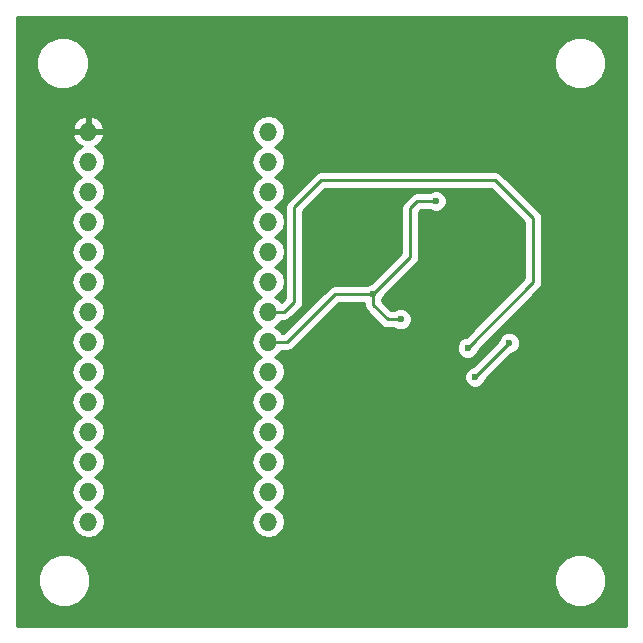
<source format=gbl>
G04 #@! TF.FileFunction,Copper,L2,Bot,Signal*
%FSLAX46Y46*%
G04 Gerber Fmt 4.6, Leading zero omitted, Abs format (unit mm)*
G04 Created by KiCad (PCBNEW 4.0.4-stable) date 06/13/17 21:08:50*
%MOMM*%
%LPD*%
G01*
G04 APERTURE LIST*
%ADD10C,0.100000*%
%ADD11O,1.524000X1.524000*%
%ADD12C,0.600000*%
%ADD13C,0.250000*%
%ADD14C,0.254000*%
G04 APERTURE END LIST*
D10*
D11*
X171400000Y-132840000D03*
X156160000Y-132840000D03*
X171400000Y-127760000D03*
X171400000Y-125220000D03*
X171400000Y-130300000D03*
X156160000Y-130300000D03*
X156160000Y-127760000D03*
X171400000Y-117600000D03*
X156160000Y-125220000D03*
X171400000Y-120140000D03*
X156160000Y-122680000D03*
X171400000Y-115060000D03*
X171400000Y-109980000D03*
X171400000Y-122680000D03*
X171400000Y-107440000D03*
X171400000Y-104900000D03*
X156160000Y-117600000D03*
X171400000Y-112520000D03*
X171400000Y-99820000D03*
X171400000Y-102360000D03*
X156160000Y-115060000D03*
X156160000Y-112520000D03*
X156160000Y-99820000D03*
X156160000Y-109980000D03*
X156160000Y-120140000D03*
X156160000Y-107440000D03*
X156160000Y-104900000D03*
X156160000Y-102360000D03*
D12*
X187900000Y-123300000D03*
X187900000Y-120100000D03*
X191800000Y-117700000D03*
X188900000Y-120600000D03*
X188900000Y-120600000D03*
X180260790Y-113560790D03*
X185600000Y-105700000D03*
X182600000Y-115700000D03*
X188276000Y-118124000D03*
D13*
X187900000Y-120100000D02*
X187900000Y-123300000D01*
X188900000Y-120600000D02*
X191800000Y-117700000D01*
X180260790Y-113560790D02*
X183421580Y-110400000D01*
X183421580Y-110400000D02*
X183421580Y-106278420D01*
X183421580Y-106278420D02*
X184000000Y-105700000D01*
X184000000Y-105700000D02*
X185600000Y-105700000D01*
X182600000Y-115700000D02*
X181513944Y-115700000D01*
X181513944Y-115700000D02*
X180300000Y-114486056D01*
X180300000Y-114486056D02*
X180300000Y-113500000D01*
X171400000Y-117600000D02*
X173000000Y-117600000D01*
X173000000Y-117600000D02*
X177039210Y-113560790D01*
X177039210Y-113560790D02*
X180260790Y-113560790D01*
X173600000Y-114200000D02*
X172740000Y-115060000D01*
X172740000Y-115060000D02*
X171400000Y-115060000D01*
X173600000Y-106200000D02*
X173600000Y-114200000D01*
X175888569Y-103911431D02*
X173600000Y-106200000D01*
X190602355Y-103911431D02*
X175888569Y-103911431D01*
X190602355Y-103911431D02*
X193841665Y-107150741D01*
X193841665Y-107150741D02*
X193841665Y-112558335D01*
X193841665Y-112558335D02*
X188276000Y-118124000D01*
D14*
G36*
X201690000Y-141690000D02*
X150110000Y-141690000D01*
X150110000Y-138242619D01*
X151864613Y-138242619D01*
X152204155Y-139064372D01*
X152832321Y-139693636D01*
X153653481Y-140034611D01*
X154542619Y-140035387D01*
X155364372Y-139695845D01*
X155993636Y-139067679D01*
X156334611Y-138246519D01*
X156334614Y-138242619D01*
X195564613Y-138242619D01*
X195904155Y-139064372D01*
X196532321Y-139693636D01*
X197353481Y-140034611D01*
X198242619Y-140035387D01*
X199064372Y-139695845D01*
X199693636Y-139067679D01*
X200034611Y-138246519D01*
X200035387Y-137357381D01*
X199695845Y-136535628D01*
X199067679Y-135906364D01*
X198246519Y-135565389D01*
X197357381Y-135564613D01*
X196535628Y-135904155D01*
X195906364Y-136532321D01*
X195565389Y-137353481D01*
X195564613Y-138242619D01*
X156334614Y-138242619D01*
X156335387Y-137357381D01*
X155995845Y-136535628D01*
X155367679Y-135906364D01*
X154546519Y-135565389D01*
X153657381Y-135564613D01*
X152835628Y-135904155D01*
X152206364Y-136532321D01*
X151865389Y-137353481D01*
X151864613Y-138242619D01*
X150110000Y-138242619D01*
X150110000Y-102360000D01*
X154735631Y-102360000D01*
X154841971Y-102894609D01*
X155144803Y-103347828D01*
X155567102Y-103630000D01*
X155144803Y-103912172D01*
X154841971Y-104365391D01*
X154735631Y-104900000D01*
X154841971Y-105434609D01*
X155144803Y-105887828D01*
X155567102Y-106170000D01*
X155144803Y-106452172D01*
X154841971Y-106905391D01*
X154735631Y-107440000D01*
X154841971Y-107974609D01*
X155144803Y-108427828D01*
X155567102Y-108710000D01*
X155144803Y-108992172D01*
X154841971Y-109445391D01*
X154735631Y-109980000D01*
X154841971Y-110514609D01*
X155144803Y-110967828D01*
X155567102Y-111250000D01*
X155144803Y-111532172D01*
X154841971Y-111985391D01*
X154735631Y-112520000D01*
X154841971Y-113054609D01*
X155144803Y-113507828D01*
X155567102Y-113790000D01*
X155144803Y-114072172D01*
X154841971Y-114525391D01*
X154735631Y-115060000D01*
X154841971Y-115594609D01*
X155144803Y-116047828D01*
X155567102Y-116330000D01*
X155144803Y-116612172D01*
X154841971Y-117065391D01*
X154735631Y-117600000D01*
X154841971Y-118134609D01*
X155144803Y-118587828D01*
X155567102Y-118870000D01*
X155144803Y-119152172D01*
X154841971Y-119605391D01*
X154735631Y-120140000D01*
X154841971Y-120674609D01*
X155144803Y-121127828D01*
X155567102Y-121410000D01*
X155144803Y-121692172D01*
X154841971Y-122145391D01*
X154735631Y-122680000D01*
X154841971Y-123214609D01*
X155144803Y-123667828D01*
X155567102Y-123950000D01*
X155144803Y-124232172D01*
X154841971Y-124685391D01*
X154735631Y-125220000D01*
X154841971Y-125754609D01*
X155144803Y-126207828D01*
X155567102Y-126490000D01*
X155144803Y-126772172D01*
X154841971Y-127225391D01*
X154735631Y-127760000D01*
X154841971Y-128294609D01*
X155144803Y-128747828D01*
X155567102Y-129030000D01*
X155144803Y-129312172D01*
X154841971Y-129765391D01*
X154735631Y-130300000D01*
X154841971Y-130834609D01*
X155144803Y-131287828D01*
X155567102Y-131570000D01*
X155144803Y-131852172D01*
X154841971Y-132305391D01*
X154735631Y-132840000D01*
X154841971Y-133374609D01*
X155144803Y-133827828D01*
X155598022Y-134130660D01*
X156132631Y-134237000D01*
X156187369Y-134237000D01*
X156721978Y-134130660D01*
X157175197Y-133827828D01*
X157478029Y-133374609D01*
X157584369Y-132840000D01*
X157478029Y-132305391D01*
X157175197Y-131852172D01*
X156752898Y-131570000D01*
X157175197Y-131287828D01*
X157478029Y-130834609D01*
X157584369Y-130300000D01*
X157478029Y-129765391D01*
X157175197Y-129312172D01*
X156752898Y-129030000D01*
X157175197Y-128747828D01*
X157478029Y-128294609D01*
X157584369Y-127760000D01*
X157478029Y-127225391D01*
X157175197Y-126772172D01*
X156752898Y-126490000D01*
X157175197Y-126207828D01*
X157478029Y-125754609D01*
X157584369Y-125220000D01*
X157478029Y-124685391D01*
X157175197Y-124232172D01*
X156752898Y-123950000D01*
X157175197Y-123667828D01*
X157478029Y-123214609D01*
X157584369Y-122680000D01*
X157478029Y-122145391D01*
X157175197Y-121692172D01*
X156752898Y-121410000D01*
X157175197Y-121127828D01*
X157478029Y-120674609D01*
X157584369Y-120140000D01*
X157478029Y-119605391D01*
X157175197Y-119152172D01*
X156752898Y-118870000D01*
X157175197Y-118587828D01*
X157478029Y-118134609D01*
X157584369Y-117600000D01*
X157478029Y-117065391D01*
X157175197Y-116612172D01*
X156752898Y-116330000D01*
X157175197Y-116047828D01*
X157478029Y-115594609D01*
X157584369Y-115060000D01*
X157478029Y-114525391D01*
X157175197Y-114072172D01*
X156752898Y-113790000D01*
X157175197Y-113507828D01*
X157478029Y-113054609D01*
X157584369Y-112520000D01*
X157478029Y-111985391D01*
X157175197Y-111532172D01*
X156752898Y-111250000D01*
X157175197Y-110967828D01*
X157478029Y-110514609D01*
X157584369Y-109980000D01*
X157478029Y-109445391D01*
X157175197Y-108992172D01*
X156752898Y-108710000D01*
X157175197Y-108427828D01*
X157478029Y-107974609D01*
X157584369Y-107440000D01*
X157478029Y-106905391D01*
X157175197Y-106452172D01*
X156752898Y-106170000D01*
X157175197Y-105887828D01*
X157478029Y-105434609D01*
X157584369Y-104900000D01*
X157478029Y-104365391D01*
X157175197Y-103912172D01*
X156752898Y-103630000D01*
X157175197Y-103347828D01*
X157478029Y-102894609D01*
X157584369Y-102360000D01*
X157478029Y-101825391D01*
X157175197Y-101372172D01*
X156722536Y-101069713D01*
X156995199Y-100939858D01*
X157360174Y-100534997D01*
X157514220Y-100163070D01*
X157391720Y-99947000D01*
X156287000Y-99947000D01*
X156287000Y-99967000D01*
X156033000Y-99967000D01*
X156033000Y-99947000D01*
X154928280Y-99947000D01*
X154805780Y-100163070D01*
X154959826Y-100534997D01*
X155324801Y-100939858D01*
X155597464Y-101069713D01*
X155144803Y-101372172D01*
X154841971Y-101825391D01*
X154735631Y-102360000D01*
X150110000Y-102360000D01*
X150110000Y-99820000D01*
X169975631Y-99820000D01*
X170081971Y-100354609D01*
X170384803Y-100807828D01*
X170807102Y-101090000D01*
X170384803Y-101372172D01*
X170081971Y-101825391D01*
X169975631Y-102360000D01*
X170081971Y-102894609D01*
X170384803Y-103347828D01*
X170807102Y-103630000D01*
X170384803Y-103912172D01*
X170081971Y-104365391D01*
X169975631Y-104900000D01*
X170081971Y-105434609D01*
X170384803Y-105887828D01*
X170807102Y-106170000D01*
X170384803Y-106452172D01*
X170081971Y-106905391D01*
X169975631Y-107440000D01*
X170081971Y-107974609D01*
X170384803Y-108427828D01*
X170807102Y-108710000D01*
X170384803Y-108992172D01*
X170081971Y-109445391D01*
X169975631Y-109980000D01*
X170081971Y-110514609D01*
X170384803Y-110967828D01*
X170807102Y-111250000D01*
X170384803Y-111532172D01*
X170081971Y-111985391D01*
X169975631Y-112520000D01*
X170081971Y-113054609D01*
X170384803Y-113507828D01*
X170807102Y-113790000D01*
X170384803Y-114072172D01*
X170081971Y-114525391D01*
X169975631Y-115060000D01*
X170081971Y-115594609D01*
X170384803Y-116047828D01*
X170807102Y-116330000D01*
X170384803Y-116612172D01*
X170081971Y-117065391D01*
X169975631Y-117600000D01*
X170081971Y-118134609D01*
X170384803Y-118587828D01*
X170807102Y-118870000D01*
X170384803Y-119152172D01*
X170081971Y-119605391D01*
X169975631Y-120140000D01*
X170081971Y-120674609D01*
X170384803Y-121127828D01*
X170807102Y-121410000D01*
X170384803Y-121692172D01*
X170081971Y-122145391D01*
X169975631Y-122680000D01*
X170081971Y-123214609D01*
X170384803Y-123667828D01*
X170807102Y-123950000D01*
X170384803Y-124232172D01*
X170081971Y-124685391D01*
X169975631Y-125220000D01*
X170081971Y-125754609D01*
X170384803Y-126207828D01*
X170807102Y-126490000D01*
X170384803Y-126772172D01*
X170081971Y-127225391D01*
X169975631Y-127760000D01*
X170081971Y-128294609D01*
X170384803Y-128747828D01*
X170807102Y-129030000D01*
X170384803Y-129312172D01*
X170081971Y-129765391D01*
X169975631Y-130300000D01*
X170081971Y-130834609D01*
X170384803Y-131287828D01*
X170807102Y-131570000D01*
X170384803Y-131852172D01*
X170081971Y-132305391D01*
X169975631Y-132840000D01*
X170081971Y-133374609D01*
X170384803Y-133827828D01*
X170838022Y-134130660D01*
X171372631Y-134237000D01*
X171427369Y-134237000D01*
X171961978Y-134130660D01*
X172415197Y-133827828D01*
X172718029Y-133374609D01*
X172824369Y-132840000D01*
X172718029Y-132305391D01*
X172415197Y-131852172D01*
X171992898Y-131570000D01*
X172415197Y-131287828D01*
X172718029Y-130834609D01*
X172824369Y-130300000D01*
X172718029Y-129765391D01*
X172415197Y-129312172D01*
X171992898Y-129030000D01*
X172415197Y-128747828D01*
X172718029Y-128294609D01*
X172824369Y-127760000D01*
X172718029Y-127225391D01*
X172415197Y-126772172D01*
X171992898Y-126490000D01*
X172415197Y-126207828D01*
X172718029Y-125754609D01*
X172824369Y-125220000D01*
X172718029Y-124685391D01*
X172415197Y-124232172D01*
X171992898Y-123950000D01*
X172415197Y-123667828D01*
X172718029Y-123214609D01*
X172824369Y-122680000D01*
X172718029Y-122145391D01*
X172415197Y-121692172D01*
X171992898Y-121410000D01*
X172415197Y-121127828D01*
X172644156Y-120785167D01*
X187964838Y-120785167D01*
X188106883Y-121128943D01*
X188369673Y-121392192D01*
X188713201Y-121534838D01*
X189085167Y-121535162D01*
X189428943Y-121393117D01*
X189692192Y-121130327D01*
X189834838Y-120786799D01*
X189834879Y-120739923D01*
X191939680Y-118635122D01*
X191985167Y-118635162D01*
X192328943Y-118493117D01*
X192592192Y-118230327D01*
X192734838Y-117886799D01*
X192735162Y-117514833D01*
X192593117Y-117171057D01*
X192330327Y-116907808D01*
X191986799Y-116765162D01*
X191614833Y-116764838D01*
X191271057Y-116906883D01*
X191007808Y-117169673D01*
X190865162Y-117513201D01*
X190865121Y-117560077D01*
X188760320Y-119664878D01*
X188714833Y-119664838D01*
X188371057Y-119806883D01*
X188107808Y-120069673D01*
X187965162Y-120413201D01*
X187964838Y-120785167D01*
X172644156Y-120785167D01*
X172718029Y-120674609D01*
X172824369Y-120140000D01*
X172718029Y-119605391D01*
X172415197Y-119152172D01*
X171992898Y-118870000D01*
X172415197Y-118587828D01*
X172567427Y-118360000D01*
X173000000Y-118360000D01*
X173290839Y-118302148D01*
X173537401Y-118137401D01*
X177354012Y-114320790D01*
X179540000Y-114320790D01*
X179540000Y-114486056D01*
X179597852Y-114776895D01*
X179762599Y-115023457D01*
X180976543Y-116237401D01*
X181223105Y-116402148D01*
X181513944Y-116460000D01*
X182037537Y-116460000D01*
X182069673Y-116492192D01*
X182413201Y-116634838D01*
X182785167Y-116635162D01*
X183128943Y-116493117D01*
X183392192Y-116230327D01*
X183534838Y-115886799D01*
X183535162Y-115514833D01*
X183393117Y-115171057D01*
X183130327Y-114907808D01*
X182786799Y-114765162D01*
X182414833Y-114764838D01*
X182071057Y-114906883D01*
X182037882Y-114940000D01*
X181828746Y-114940000D01*
X181060000Y-114171254D01*
X181060000Y-114074216D01*
X181195628Y-113747589D01*
X181195669Y-113700713D01*
X183958981Y-110937401D01*
X184123728Y-110690839D01*
X184181580Y-110400000D01*
X184181580Y-106593222D01*
X184314802Y-106460000D01*
X185037537Y-106460000D01*
X185069673Y-106492192D01*
X185413201Y-106634838D01*
X185785167Y-106635162D01*
X186128943Y-106493117D01*
X186392192Y-106230327D01*
X186534838Y-105886799D01*
X186535162Y-105514833D01*
X186393117Y-105171057D01*
X186130327Y-104907808D01*
X185786799Y-104765162D01*
X185414833Y-104764838D01*
X185071057Y-104906883D01*
X185037882Y-104940000D01*
X184000000Y-104940000D01*
X183757414Y-104988254D01*
X183709160Y-104997852D01*
X183462599Y-105162599D01*
X182884179Y-105741019D01*
X182719432Y-105987581D01*
X182661580Y-106278420D01*
X182661580Y-110085198D01*
X180121110Y-112625668D01*
X180075623Y-112625628D01*
X179731847Y-112767673D01*
X179698672Y-112800790D01*
X177039210Y-112800790D01*
X176748371Y-112858642D01*
X176501809Y-113023389D01*
X172685198Y-116840000D01*
X172567427Y-116840000D01*
X172415197Y-116612172D01*
X171992898Y-116330000D01*
X172415197Y-116047828D01*
X172567427Y-115820000D01*
X172740000Y-115820000D01*
X173030839Y-115762148D01*
X173277401Y-115597401D01*
X174137401Y-114737401D01*
X174302148Y-114490839D01*
X174360000Y-114200000D01*
X174360000Y-106514802D01*
X176203371Y-104671431D01*
X190287553Y-104671431D01*
X193081665Y-107465543D01*
X193081665Y-112243533D01*
X188136320Y-117188878D01*
X188090833Y-117188838D01*
X187747057Y-117330883D01*
X187483808Y-117593673D01*
X187341162Y-117937201D01*
X187340838Y-118309167D01*
X187482883Y-118652943D01*
X187745673Y-118916192D01*
X188089201Y-119058838D01*
X188461167Y-119059162D01*
X188804943Y-118917117D01*
X189068192Y-118654327D01*
X189210838Y-118310799D01*
X189210879Y-118263923D01*
X194379066Y-113095736D01*
X194543813Y-112849174D01*
X194601665Y-112558335D01*
X194601665Y-107150741D01*
X194543813Y-106859902D01*
X194379066Y-106613340D01*
X191139756Y-103374030D01*
X190893194Y-103209283D01*
X190602355Y-103151431D01*
X175888569Y-103151431D01*
X175597729Y-103209283D01*
X175351168Y-103374030D01*
X173062599Y-105662599D01*
X172897852Y-105909161D01*
X172840000Y-106200000D01*
X172840000Y-113885198D01*
X172510458Y-114214740D01*
X172415197Y-114072172D01*
X171992898Y-113790000D01*
X172415197Y-113507828D01*
X172718029Y-113054609D01*
X172824369Y-112520000D01*
X172718029Y-111985391D01*
X172415197Y-111532172D01*
X171992898Y-111250000D01*
X172415197Y-110967828D01*
X172718029Y-110514609D01*
X172824369Y-109980000D01*
X172718029Y-109445391D01*
X172415197Y-108992172D01*
X171992898Y-108710000D01*
X172415197Y-108427828D01*
X172718029Y-107974609D01*
X172824369Y-107440000D01*
X172718029Y-106905391D01*
X172415197Y-106452172D01*
X171992898Y-106170000D01*
X172415197Y-105887828D01*
X172718029Y-105434609D01*
X172824369Y-104900000D01*
X172718029Y-104365391D01*
X172415197Y-103912172D01*
X171992898Y-103630000D01*
X172415197Y-103347828D01*
X172718029Y-102894609D01*
X172824369Y-102360000D01*
X172718029Y-101825391D01*
X172415197Y-101372172D01*
X171992898Y-101090000D01*
X172415197Y-100807828D01*
X172718029Y-100354609D01*
X172824369Y-99820000D01*
X172718029Y-99285391D01*
X172415197Y-98832172D01*
X171961978Y-98529340D01*
X171427369Y-98423000D01*
X171372631Y-98423000D01*
X170838022Y-98529340D01*
X170384803Y-98832172D01*
X170081971Y-99285391D01*
X169975631Y-99820000D01*
X150110000Y-99820000D01*
X150110000Y-99476930D01*
X154805780Y-99476930D01*
X154928280Y-99693000D01*
X156033000Y-99693000D01*
X156033000Y-98587524D01*
X156287000Y-98587524D01*
X156287000Y-99693000D01*
X157391720Y-99693000D01*
X157514220Y-99476930D01*
X157360174Y-99105003D01*
X156995199Y-98700142D01*
X156503072Y-98465769D01*
X156287000Y-98587524D01*
X156033000Y-98587524D01*
X155816928Y-98465769D01*
X155324801Y-98700142D01*
X154959826Y-99105003D01*
X154805780Y-99476930D01*
X150110000Y-99476930D01*
X150110000Y-94442619D01*
X151764613Y-94442619D01*
X152104155Y-95264372D01*
X152732321Y-95893636D01*
X153553481Y-96234611D01*
X154442619Y-96235387D01*
X155264372Y-95895845D01*
X155893636Y-95267679D01*
X156234611Y-94446519D01*
X156234614Y-94442619D01*
X195564613Y-94442619D01*
X195904155Y-95264372D01*
X196532321Y-95893636D01*
X197353481Y-96234611D01*
X198242619Y-96235387D01*
X199064372Y-95895845D01*
X199693636Y-95267679D01*
X200034611Y-94446519D01*
X200035387Y-93557381D01*
X199695845Y-92735628D01*
X199067679Y-92106364D01*
X198246519Y-91765389D01*
X197357381Y-91764613D01*
X196535628Y-92104155D01*
X195906364Y-92732321D01*
X195565389Y-93553481D01*
X195564613Y-94442619D01*
X156234614Y-94442619D01*
X156235387Y-93557381D01*
X155895845Y-92735628D01*
X155267679Y-92106364D01*
X154446519Y-91765389D01*
X153557381Y-91764613D01*
X152735628Y-92104155D01*
X152106364Y-92732321D01*
X151765389Y-93553481D01*
X151764613Y-94442619D01*
X150110000Y-94442619D01*
X150110000Y-90110000D01*
X201690000Y-90110000D01*
X201690000Y-141690000D01*
X201690000Y-141690000D01*
G37*
X201690000Y-141690000D02*
X150110000Y-141690000D01*
X150110000Y-138242619D01*
X151864613Y-138242619D01*
X152204155Y-139064372D01*
X152832321Y-139693636D01*
X153653481Y-140034611D01*
X154542619Y-140035387D01*
X155364372Y-139695845D01*
X155993636Y-139067679D01*
X156334611Y-138246519D01*
X156334614Y-138242619D01*
X195564613Y-138242619D01*
X195904155Y-139064372D01*
X196532321Y-139693636D01*
X197353481Y-140034611D01*
X198242619Y-140035387D01*
X199064372Y-139695845D01*
X199693636Y-139067679D01*
X200034611Y-138246519D01*
X200035387Y-137357381D01*
X199695845Y-136535628D01*
X199067679Y-135906364D01*
X198246519Y-135565389D01*
X197357381Y-135564613D01*
X196535628Y-135904155D01*
X195906364Y-136532321D01*
X195565389Y-137353481D01*
X195564613Y-138242619D01*
X156334614Y-138242619D01*
X156335387Y-137357381D01*
X155995845Y-136535628D01*
X155367679Y-135906364D01*
X154546519Y-135565389D01*
X153657381Y-135564613D01*
X152835628Y-135904155D01*
X152206364Y-136532321D01*
X151865389Y-137353481D01*
X151864613Y-138242619D01*
X150110000Y-138242619D01*
X150110000Y-102360000D01*
X154735631Y-102360000D01*
X154841971Y-102894609D01*
X155144803Y-103347828D01*
X155567102Y-103630000D01*
X155144803Y-103912172D01*
X154841971Y-104365391D01*
X154735631Y-104900000D01*
X154841971Y-105434609D01*
X155144803Y-105887828D01*
X155567102Y-106170000D01*
X155144803Y-106452172D01*
X154841971Y-106905391D01*
X154735631Y-107440000D01*
X154841971Y-107974609D01*
X155144803Y-108427828D01*
X155567102Y-108710000D01*
X155144803Y-108992172D01*
X154841971Y-109445391D01*
X154735631Y-109980000D01*
X154841971Y-110514609D01*
X155144803Y-110967828D01*
X155567102Y-111250000D01*
X155144803Y-111532172D01*
X154841971Y-111985391D01*
X154735631Y-112520000D01*
X154841971Y-113054609D01*
X155144803Y-113507828D01*
X155567102Y-113790000D01*
X155144803Y-114072172D01*
X154841971Y-114525391D01*
X154735631Y-115060000D01*
X154841971Y-115594609D01*
X155144803Y-116047828D01*
X155567102Y-116330000D01*
X155144803Y-116612172D01*
X154841971Y-117065391D01*
X154735631Y-117600000D01*
X154841971Y-118134609D01*
X155144803Y-118587828D01*
X155567102Y-118870000D01*
X155144803Y-119152172D01*
X154841971Y-119605391D01*
X154735631Y-120140000D01*
X154841971Y-120674609D01*
X155144803Y-121127828D01*
X155567102Y-121410000D01*
X155144803Y-121692172D01*
X154841971Y-122145391D01*
X154735631Y-122680000D01*
X154841971Y-123214609D01*
X155144803Y-123667828D01*
X155567102Y-123950000D01*
X155144803Y-124232172D01*
X154841971Y-124685391D01*
X154735631Y-125220000D01*
X154841971Y-125754609D01*
X155144803Y-126207828D01*
X155567102Y-126490000D01*
X155144803Y-126772172D01*
X154841971Y-127225391D01*
X154735631Y-127760000D01*
X154841971Y-128294609D01*
X155144803Y-128747828D01*
X155567102Y-129030000D01*
X155144803Y-129312172D01*
X154841971Y-129765391D01*
X154735631Y-130300000D01*
X154841971Y-130834609D01*
X155144803Y-131287828D01*
X155567102Y-131570000D01*
X155144803Y-131852172D01*
X154841971Y-132305391D01*
X154735631Y-132840000D01*
X154841971Y-133374609D01*
X155144803Y-133827828D01*
X155598022Y-134130660D01*
X156132631Y-134237000D01*
X156187369Y-134237000D01*
X156721978Y-134130660D01*
X157175197Y-133827828D01*
X157478029Y-133374609D01*
X157584369Y-132840000D01*
X157478029Y-132305391D01*
X157175197Y-131852172D01*
X156752898Y-131570000D01*
X157175197Y-131287828D01*
X157478029Y-130834609D01*
X157584369Y-130300000D01*
X157478029Y-129765391D01*
X157175197Y-129312172D01*
X156752898Y-129030000D01*
X157175197Y-128747828D01*
X157478029Y-128294609D01*
X157584369Y-127760000D01*
X157478029Y-127225391D01*
X157175197Y-126772172D01*
X156752898Y-126490000D01*
X157175197Y-126207828D01*
X157478029Y-125754609D01*
X157584369Y-125220000D01*
X157478029Y-124685391D01*
X157175197Y-124232172D01*
X156752898Y-123950000D01*
X157175197Y-123667828D01*
X157478029Y-123214609D01*
X157584369Y-122680000D01*
X157478029Y-122145391D01*
X157175197Y-121692172D01*
X156752898Y-121410000D01*
X157175197Y-121127828D01*
X157478029Y-120674609D01*
X157584369Y-120140000D01*
X157478029Y-119605391D01*
X157175197Y-119152172D01*
X156752898Y-118870000D01*
X157175197Y-118587828D01*
X157478029Y-118134609D01*
X157584369Y-117600000D01*
X157478029Y-117065391D01*
X157175197Y-116612172D01*
X156752898Y-116330000D01*
X157175197Y-116047828D01*
X157478029Y-115594609D01*
X157584369Y-115060000D01*
X157478029Y-114525391D01*
X157175197Y-114072172D01*
X156752898Y-113790000D01*
X157175197Y-113507828D01*
X157478029Y-113054609D01*
X157584369Y-112520000D01*
X157478029Y-111985391D01*
X157175197Y-111532172D01*
X156752898Y-111250000D01*
X157175197Y-110967828D01*
X157478029Y-110514609D01*
X157584369Y-109980000D01*
X157478029Y-109445391D01*
X157175197Y-108992172D01*
X156752898Y-108710000D01*
X157175197Y-108427828D01*
X157478029Y-107974609D01*
X157584369Y-107440000D01*
X157478029Y-106905391D01*
X157175197Y-106452172D01*
X156752898Y-106170000D01*
X157175197Y-105887828D01*
X157478029Y-105434609D01*
X157584369Y-104900000D01*
X157478029Y-104365391D01*
X157175197Y-103912172D01*
X156752898Y-103630000D01*
X157175197Y-103347828D01*
X157478029Y-102894609D01*
X157584369Y-102360000D01*
X157478029Y-101825391D01*
X157175197Y-101372172D01*
X156722536Y-101069713D01*
X156995199Y-100939858D01*
X157360174Y-100534997D01*
X157514220Y-100163070D01*
X157391720Y-99947000D01*
X156287000Y-99947000D01*
X156287000Y-99967000D01*
X156033000Y-99967000D01*
X156033000Y-99947000D01*
X154928280Y-99947000D01*
X154805780Y-100163070D01*
X154959826Y-100534997D01*
X155324801Y-100939858D01*
X155597464Y-101069713D01*
X155144803Y-101372172D01*
X154841971Y-101825391D01*
X154735631Y-102360000D01*
X150110000Y-102360000D01*
X150110000Y-99820000D01*
X169975631Y-99820000D01*
X170081971Y-100354609D01*
X170384803Y-100807828D01*
X170807102Y-101090000D01*
X170384803Y-101372172D01*
X170081971Y-101825391D01*
X169975631Y-102360000D01*
X170081971Y-102894609D01*
X170384803Y-103347828D01*
X170807102Y-103630000D01*
X170384803Y-103912172D01*
X170081971Y-104365391D01*
X169975631Y-104900000D01*
X170081971Y-105434609D01*
X170384803Y-105887828D01*
X170807102Y-106170000D01*
X170384803Y-106452172D01*
X170081971Y-106905391D01*
X169975631Y-107440000D01*
X170081971Y-107974609D01*
X170384803Y-108427828D01*
X170807102Y-108710000D01*
X170384803Y-108992172D01*
X170081971Y-109445391D01*
X169975631Y-109980000D01*
X170081971Y-110514609D01*
X170384803Y-110967828D01*
X170807102Y-111250000D01*
X170384803Y-111532172D01*
X170081971Y-111985391D01*
X169975631Y-112520000D01*
X170081971Y-113054609D01*
X170384803Y-113507828D01*
X170807102Y-113790000D01*
X170384803Y-114072172D01*
X170081971Y-114525391D01*
X169975631Y-115060000D01*
X170081971Y-115594609D01*
X170384803Y-116047828D01*
X170807102Y-116330000D01*
X170384803Y-116612172D01*
X170081971Y-117065391D01*
X169975631Y-117600000D01*
X170081971Y-118134609D01*
X170384803Y-118587828D01*
X170807102Y-118870000D01*
X170384803Y-119152172D01*
X170081971Y-119605391D01*
X169975631Y-120140000D01*
X170081971Y-120674609D01*
X170384803Y-121127828D01*
X170807102Y-121410000D01*
X170384803Y-121692172D01*
X170081971Y-122145391D01*
X169975631Y-122680000D01*
X170081971Y-123214609D01*
X170384803Y-123667828D01*
X170807102Y-123950000D01*
X170384803Y-124232172D01*
X170081971Y-124685391D01*
X169975631Y-125220000D01*
X170081971Y-125754609D01*
X170384803Y-126207828D01*
X170807102Y-126490000D01*
X170384803Y-126772172D01*
X170081971Y-127225391D01*
X169975631Y-127760000D01*
X170081971Y-128294609D01*
X170384803Y-128747828D01*
X170807102Y-129030000D01*
X170384803Y-129312172D01*
X170081971Y-129765391D01*
X169975631Y-130300000D01*
X170081971Y-130834609D01*
X170384803Y-131287828D01*
X170807102Y-131570000D01*
X170384803Y-131852172D01*
X170081971Y-132305391D01*
X169975631Y-132840000D01*
X170081971Y-133374609D01*
X170384803Y-133827828D01*
X170838022Y-134130660D01*
X171372631Y-134237000D01*
X171427369Y-134237000D01*
X171961978Y-134130660D01*
X172415197Y-133827828D01*
X172718029Y-133374609D01*
X172824369Y-132840000D01*
X172718029Y-132305391D01*
X172415197Y-131852172D01*
X171992898Y-131570000D01*
X172415197Y-131287828D01*
X172718029Y-130834609D01*
X172824369Y-130300000D01*
X172718029Y-129765391D01*
X172415197Y-129312172D01*
X171992898Y-129030000D01*
X172415197Y-128747828D01*
X172718029Y-128294609D01*
X172824369Y-127760000D01*
X172718029Y-127225391D01*
X172415197Y-126772172D01*
X171992898Y-126490000D01*
X172415197Y-126207828D01*
X172718029Y-125754609D01*
X172824369Y-125220000D01*
X172718029Y-124685391D01*
X172415197Y-124232172D01*
X171992898Y-123950000D01*
X172415197Y-123667828D01*
X172718029Y-123214609D01*
X172824369Y-122680000D01*
X172718029Y-122145391D01*
X172415197Y-121692172D01*
X171992898Y-121410000D01*
X172415197Y-121127828D01*
X172644156Y-120785167D01*
X187964838Y-120785167D01*
X188106883Y-121128943D01*
X188369673Y-121392192D01*
X188713201Y-121534838D01*
X189085167Y-121535162D01*
X189428943Y-121393117D01*
X189692192Y-121130327D01*
X189834838Y-120786799D01*
X189834879Y-120739923D01*
X191939680Y-118635122D01*
X191985167Y-118635162D01*
X192328943Y-118493117D01*
X192592192Y-118230327D01*
X192734838Y-117886799D01*
X192735162Y-117514833D01*
X192593117Y-117171057D01*
X192330327Y-116907808D01*
X191986799Y-116765162D01*
X191614833Y-116764838D01*
X191271057Y-116906883D01*
X191007808Y-117169673D01*
X190865162Y-117513201D01*
X190865121Y-117560077D01*
X188760320Y-119664878D01*
X188714833Y-119664838D01*
X188371057Y-119806883D01*
X188107808Y-120069673D01*
X187965162Y-120413201D01*
X187964838Y-120785167D01*
X172644156Y-120785167D01*
X172718029Y-120674609D01*
X172824369Y-120140000D01*
X172718029Y-119605391D01*
X172415197Y-119152172D01*
X171992898Y-118870000D01*
X172415197Y-118587828D01*
X172567427Y-118360000D01*
X173000000Y-118360000D01*
X173290839Y-118302148D01*
X173537401Y-118137401D01*
X177354012Y-114320790D01*
X179540000Y-114320790D01*
X179540000Y-114486056D01*
X179597852Y-114776895D01*
X179762599Y-115023457D01*
X180976543Y-116237401D01*
X181223105Y-116402148D01*
X181513944Y-116460000D01*
X182037537Y-116460000D01*
X182069673Y-116492192D01*
X182413201Y-116634838D01*
X182785167Y-116635162D01*
X183128943Y-116493117D01*
X183392192Y-116230327D01*
X183534838Y-115886799D01*
X183535162Y-115514833D01*
X183393117Y-115171057D01*
X183130327Y-114907808D01*
X182786799Y-114765162D01*
X182414833Y-114764838D01*
X182071057Y-114906883D01*
X182037882Y-114940000D01*
X181828746Y-114940000D01*
X181060000Y-114171254D01*
X181060000Y-114074216D01*
X181195628Y-113747589D01*
X181195669Y-113700713D01*
X183958981Y-110937401D01*
X184123728Y-110690839D01*
X184181580Y-110400000D01*
X184181580Y-106593222D01*
X184314802Y-106460000D01*
X185037537Y-106460000D01*
X185069673Y-106492192D01*
X185413201Y-106634838D01*
X185785167Y-106635162D01*
X186128943Y-106493117D01*
X186392192Y-106230327D01*
X186534838Y-105886799D01*
X186535162Y-105514833D01*
X186393117Y-105171057D01*
X186130327Y-104907808D01*
X185786799Y-104765162D01*
X185414833Y-104764838D01*
X185071057Y-104906883D01*
X185037882Y-104940000D01*
X184000000Y-104940000D01*
X183757414Y-104988254D01*
X183709160Y-104997852D01*
X183462599Y-105162599D01*
X182884179Y-105741019D01*
X182719432Y-105987581D01*
X182661580Y-106278420D01*
X182661580Y-110085198D01*
X180121110Y-112625668D01*
X180075623Y-112625628D01*
X179731847Y-112767673D01*
X179698672Y-112800790D01*
X177039210Y-112800790D01*
X176748371Y-112858642D01*
X176501809Y-113023389D01*
X172685198Y-116840000D01*
X172567427Y-116840000D01*
X172415197Y-116612172D01*
X171992898Y-116330000D01*
X172415197Y-116047828D01*
X172567427Y-115820000D01*
X172740000Y-115820000D01*
X173030839Y-115762148D01*
X173277401Y-115597401D01*
X174137401Y-114737401D01*
X174302148Y-114490839D01*
X174360000Y-114200000D01*
X174360000Y-106514802D01*
X176203371Y-104671431D01*
X190287553Y-104671431D01*
X193081665Y-107465543D01*
X193081665Y-112243533D01*
X188136320Y-117188878D01*
X188090833Y-117188838D01*
X187747057Y-117330883D01*
X187483808Y-117593673D01*
X187341162Y-117937201D01*
X187340838Y-118309167D01*
X187482883Y-118652943D01*
X187745673Y-118916192D01*
X188089201Y-119058838D01*
X188461167Y-119059162D01*
X188804943Y-118917117D01*
X189068192Y-118654327D01*
X189210838Y-118310799D01*
X189210879Y-118263923D01*
X194379066Y-113095736D01*
X194543813Y-112849174D01*
X194601665Y-112558335D01*
X194601665Y-107150741D01*
X194543813Y-106859902D01*
X194379066Y-106613340D01*
X191139756Y-103374030D01*
X190893194Y-103209283D01*
X190602355Y-103151431D01*
X175888569Y-103151431D01*
X175597729Y-103209283D01*
X175351168Y-103374030D01*
X173062599Y-105662599D01*
X172897852Y-105909161D01*
X172840000Y-106200000D01*
X172840000Y-113885198D01*
X172510458Y-114214740D01*
X172415197Y-114072172D01*
X171992898Y-113790000D01*
X172415197Y-113507828D01*
X172718029Y-113054609D01*
X172824369Y-112520000D01*
X172718029Y-111985391D01*
X172415197Y-111532172D01*
X171992898Y-111250000D01*
X172415197Y-110967828D01*
X172718029Y-110514609D01*
X172824369Y-109980000D01*
X172718029Y-109445391D01*
X172415197Y-108992172D01*
X171992898Y-108710000D01*
X172415197Y-108427828D01*
X172718029Y-107974609D01*
X172824369Y-107440000D01*
X172718029Y-106905391D01*
X172415197Y-106452172D01*
X171992898Y-106170000D01*
X172415197Y-105887828D01*
X172718029Y-105434609D01*
X172824369Y-104900000D01*
X172718029Y-104365391D01*
X172415197Y-103912172D01*
X171992898Y-103630000D01*
X172415197Y-103347828D01*
X172718029Y-102894609D01*
X172824369Y-102360000D01*
X172718029Y-101825391D01*
X172415197Y-101372172D01*
X171992898Y-101090000D01*
X172415197Y-100807828D01*
X172718029Y-100354609D01*
X172824369Y-99820000D01*
X172718029Y-99285391D01*
X172415197Y-98832172D01*
X171961978Y-98529340D01*
X171427369Y-98423000D01*
X171372631Y-98423000D01*
X170838022Y-98529340D01*
X170384803Y-98832172D01*
X170081971Y-99285391D01*
X169975631Y-99820000D01*
X150110000Y-99820000D01*
X150110000Y-99476930D01*
X154805780Y-99476930D01*
X154928280Y-99693000D01*
X156033000Y-99693000D01*
X156033000Y-98587524D01*
X156287000Y-98587524D01*
X156287000Y-99693000D01*
X157391720Y-99693000D01*
X157514220Y-99476930D01*
X157360174Y-99105003D01*
X156995199Y-98700142D01*
X156503072Y-98465769D01*
X156287000Y-98587524D01*
X156033000Y-98587524D01*
X155816928Y-98465769D01*
X155324801Y-98700142D01*
X154959826Y-99105003D01*
X154805780Y-99476930D01*
X150110000Y-99476930D01*
X150110000Y-94442619D01*
X151764613Y-94442619D01*
X152104155Y-95264372D01*
X152732321Y-95893636D01*
X153553481Y-96234611D01*
X154442619Y-96235387D01*
X155264372Y-95895845D01*
X155893636Y-95267679D01*
X156234611Y-94446519D01*
X156234614Y-94442619D01*
X195564613Y-94442619D01*
X195904155Y-95264372D01*
X196532321Y-95893636D01*
X197353481Y-96234611D01*
X198242619Y-96235387D01*
X199064372Y-95895845D01*
X199693636Y-95267679D01*
X200034611Y-94446519D01*
X200035387Y-93557381D01*
X199695845Y-92735628D01*
X199067679Y-92106364D01*
X198246519Y-91765389D01*
X197357381Y-91764613D01*
X196535628Y-92104155D01*
X195906364Y-92732321D01*
X195565389Y-93553481D01*
X195564613Y-94442619D01*
X156234614Y-94442619D01*
X156235387Y-93557381D01*
X155895845Y-92735628D01*
X155267679Y-92106364D01*
X154446519Y-91765389D01*
X153557381Y-91764613D01*
X152735628Y-92104155D01*
X152106364Y-92732321D01*
X151765389Y-93553481D01*
X151764613Y-94442619D01*
X150110000Y-94442619D01*
X150110000Y-90110000D01*
X201690000Y-90110000D01*
X201690000Y-141690000D01*
M02*

</source>
